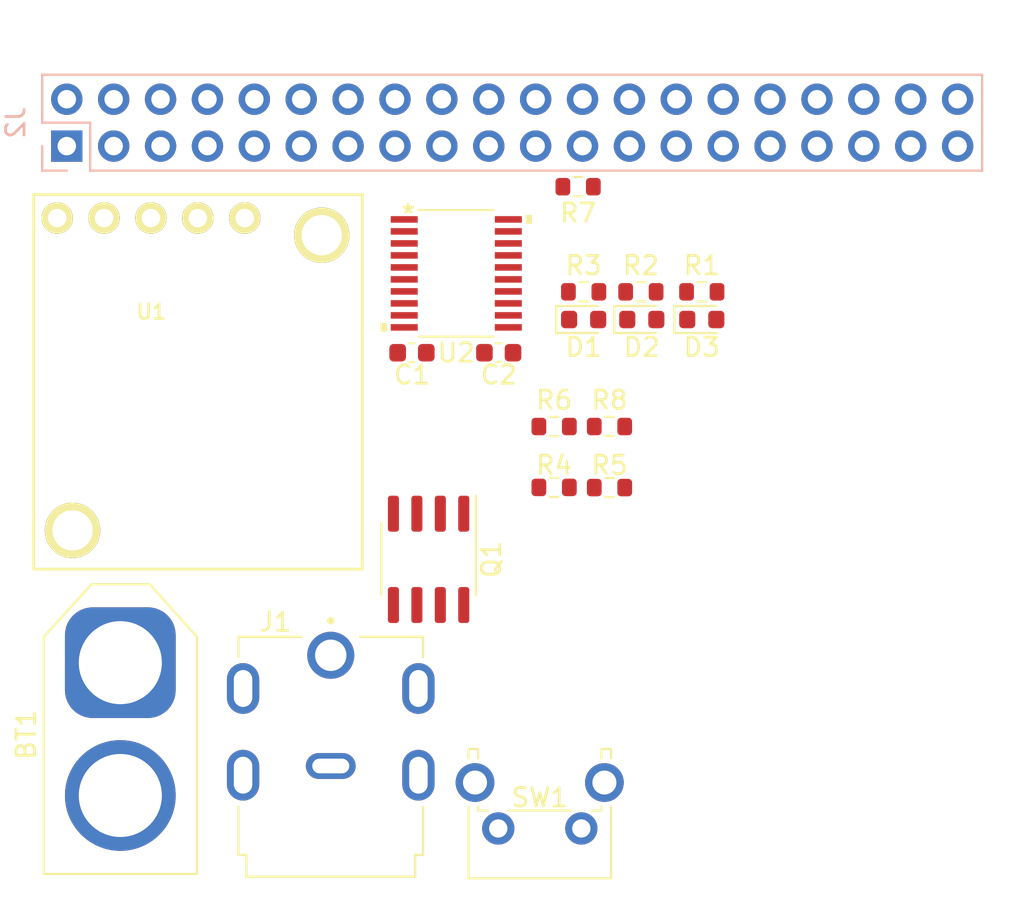
<source format=kicad_pcb>
(kicad_pcb (version 20211014) (generator pcbnew)
  (layers (0 "F.Cu" signal) (31 "B.Cu" signal) (34 "B.Paste" user) (35 "F.Paste" user) (36 "B.SilkS" user "B.Silkscreen") (37 "F.SilkS" user "F.Silkscreen") (38 "B.Mask" user) (39 "F.Mask" user) (44 "Edge.Cuts" user))
  (net 0 "")
  (net 1 "Net-(C1-Pad1)")
  (net 2 "GND")
  (net 3 "Net-(C2-Pad1)")
  (net 4 "Net-(D1-Pad1)")
  (net 5 "Net-(D1-Pad2)")
  (net 6 "Net-(D2-Pad1)")
  (net 7 "Net-(D2-Pad2)")
  (net 8 "Net-(D3-Pad1)")
  (net 9 "Net-(D3-Pad2)")
  (net 10 "Net-(J1-Pad1)")
  (net 11 "+3V3")
  (net 12 "+5V")
  (net 20 "WDE")
  (net 26 "INT")
  (net 38 "KILL")
  (net 41 "Net-(Q1-Pad1)")
  (net 42 "Net-(Q1-Pad2)")
  (net 43 "Net-(Q1-Pad4)")
  (net 44 "Net-(BT1-Pad1)")
  (net 45 "Net-(R4-Pad2)")
  (net 46 "Net-(R6-Pad2)")
  (net 47 "Net-(SW1-Pad2)")
  (net 48 "Net-(U1-Pad1)")
  (footprint "Resistor_SMD:R_0603_1608Metric" (layer "F.Cu") (at 125.6 83.6)
    (fp_text reference "R4" (at 0 -1.2) (layer "F.SilkS"))
    (fp_text value "356k")
    (fp_line (start -0.237258 0.5225) (end 0.237258 0.5225) (layer "F.SilkS") (width 0.12))
    (fp_line (start -0.237258 -0.5225) (end 0.237258 -0.5225) (layer "F.SilkS") (width 0.12))
    (pad "1" smd roundrect (at -0.825 0) (size 0.8 0.95) (layers "F.Cu" "F.Paste" "F.Mask") (net 11 "+3V3"))
    (pad "2" smd roundrect (at 0.825 0) (size 0.8 0.95) (layers "F.Cu" "F.Paste" "F.Mask") (net 45 "Net-(R4-Pad2)"))
  )
  (footprint "Package_SO:SOIC-8_3.9x4.9mm_P1.27mm" (layer "F.Cu") (at 118.8 87.5 -90)
    (fp_text reference "Q1" (at 0 -3.4 90) (layer "F.SilkS"))
    (fp_text value "DMP3036SSD-13")
    (fp_line (start 0 2.56) (end -1.95 2.56) (layer "F.SilkS") (width 0.12))
    (fp_line (start 0 -2.56) (end 1.95 -2.56) (layer "F.SilkS") (width 0.12))
    (fp_line (start 0 -2.56) (end -3.45 -2.56) (layer "F.SilkS") (width 0.12))
    (fp_line (start 0 2.56) (end 1.95 2.56) (layer "F.SilkS") (width 0.12))
    (pad "1" smd roundrect (at -2.475 -1.905 270) (size 1.95 0.6) (layers "F.Cu" "F.Paste" "F.Mask") (net 41 "Net-(Q1-Pad1)"))
    (pad "2" smd roundrect (at -2.475 -0.635 270) (size 1.95 0.6) (layers "F.Cu" "F.Paste" "F.Mask") (net 42 "Net-(Q1-Pad2)"))
    (pad "3" smd roundrect (at -2.475 0.635 270) (size 1.95 0.6) (layers "F.Cu" "F.Paste" "F.Mask") (net 41 "Net-(Q1-Pad1)"))
    (pad "4" smd roundrect (at -2.475 1.905 270) (size 1.95 0.6) (layers "F.Cu" "F.Paste" "F.Mask") (net 43 "Net-(Q1-Pad4)"))
    (pad "5" smd roundrect (at 2.475 1.905 270) (size 1.95 0.6) (layers "F.Cu" "F.Paste" "F.Mask") (net 44 "Net-(BT1-Pad1)"))
    (pad "6" smd roundrect (at 2.475 0.635 270) (size 1.95 0.6) (layers "F.Cu" "F.Paste" "F.Mask") (net 44 "Net-(BT1-Pad1)"))
    (pad "7" smd roundrect (at 2.475 -0.635 270) (size 1.95 0.6) (layers "F.Cu" "F.Paste" "F.Mask") (net 10 "Net-(J1-Pad1)"))
    (pad "8" smd roundrect (at 2.475 -1.905 270) (size 1.95 0.6) (layers "F.Cu" "F.Paste" "F.Mask") (net 10 "Net-(J1-Pad1)"))
  )
  (footprint "Button_Switch_THT:SW_Tactile_SPST_Angled_PTS645Vx39-2LFS" (layer "F.Cu") (at 127.075 102.0875 180)
    (fp_text reference "SW1" (at 2.25 1.68) (layer "F.SilkS"))
    (fp_text value "SW_Push")
    (fp_line (start -1.09 0.97) (end -0.55 0.97) (layer "F.SilkS") (width 0.12))
    (fp_line (start -1.61 -2.7) (end -1.61 1.2) (layer "F.SilkS") (width 0.12))
    (fp_line (start -1.09 0.97) (end -1.09 1.2) (layer "F.SilkS") (width 0.12))
    (fp_line (start -1.61 4.31) (end -1.09 4.31) (layer "F.SilkS") (width 0.12))
    (fp_line (start -1.61 3.8) (end -1.61 4.31) (layer "F.SilkS") (width 0.12))
    (fp_line (start 0.55 0.97) (end 3.95 0.97) (layer "F.SilkS") (width 0.12))
    (fp_line (start 5.05 0.97) (end 5.59 0.97) (layer "F.SilkS") (width 0.12))
    (fp_line (start -1.09 3.8) (end -1.09 4.31) (layer "F.SilkS") (width 0.12))
    (fp_line (start 5.59 4.31) (end 6.11 4.31) (layer "F.SilkS") (width 0.12))
    (fp_line (start 5.59 3.8) (end 5.59 4.31) (layer "F.SilkS") (width 0.12))
    (fp_line (start -1.61 -2.7) (end 6.11 -2.7) (layer "F.SilkS") (width 0.12))
    (fp_line (start 6.11 3.8) (end 6.11 4.31) (layer "F.SilkS") (width 0.12))
    (fp_line (start 6.11 -2.7) (end 6.11 1.2) (layer "F.SilkS") (width 0.12))
    (fp_line (start 5.59 0.97) (end 5.59 1.2) (layer "F.SilkS") (width 0.12))
    (pad "" thru_hole circle (at 5.76 2.49 180) (size 2.1 2.1) (drill 1.3) (layers *.Cu *.Mask))
    (pad "" thru_hole circle (at -1.25 2.49 180) (size 2.1 2.1) (drill 1.3) (layers *.Cu *.Mask))
    (pad "1" thru_hole circle (at 0 0 180) (size 1.75 1.75) (drill 0.99) (layers *.Cu *.Mask) (net 2 "GND"))
    (pad "2" thru_hole circle (at 4.5 0 180) (size 1.75 1.75) (drill 0.99) (layers *.Cu *.Mask) (net 47 "Net-(SW1-Pad2)"))
  )
  (footprint "LED_SMD:LED_0603_1608Metric" (layer "F.Cu") (at 127.2 74.5)
    (fp_text reference "D1" (at 0 1.5) (layer "F.SilkS"))
    (fp_text value "RED")
    (fp_line (start -1.485 -0.735) (end -1.485 0.735) (layer "F.SilkS") (width 0.12))
    (fp_line (start -1.485 0.735) (end 0.8 0.735) (layer "F.SilkS") (width 0.12))
    (fp_line (start 0.8 -0.735) (end -1.485 -0.735) (layer "F.SilkS") (width 0.12))
    (pad "1" smd roundrect (at -0.7875 0) (size 0.875 0.95) (layers "F.Cu" "F.Paste" "F.Mask") (net 4 "Net-(D1-Pad1)"))
    (pad "2" smd roundrect (at 0.7875 0) (size 0.875 0.95) (layers "F.Cu" "F.Paste" "F.Mask") (net 5 "Net-(D1-Pad2)"))
  )
  (footprint "Capacitor_SMD:C_0603_1608Metric" (layer "F.Cu") (at 122.6 76.3 180)
    (fp_text reference "C2" (at 0 -1.2) (layer "F.SilkS"))
    (fp_text value "68nF")
    (fp_line (start -0.14058 -0.51) (end 0.14058 -0.51) (layer "F.SilkS") (width 0.12))
    (fp_line (start -0.14058 0.51) (end 0.14058 0.51) (layer "F.SilkS") (width 0.12))
    (pad "1" smd roundrect (at -0.775 0 180) (size 0.9 0.95) (layers "F.Cu" "F.Paste" "F.Mask") (net 3 "Net-(C2-Pad1)"))
    (pad "2" smd roundrect (at 0.775 0 180) (size 0.9 0.95) (layers "F.Cu" "F.Paste" "F.Mask") (net 2 "GND"))
  )
  (footprint "Resistor_SMD:R_0603_1608Metric" (layer "F.Cu") (at 126.9 67.3 180)
    (fp_text reference "R7" (at 0 -1.43) (layer "F.SilkS"))
    (fp_text value "10k")
    (fp_line (start -0.237258 -0.5225) (end 0.237258 -0.5225) (layer "F.SilkS") (width 0.12))
    (fp_line (start -0.237258 0.5225) (end 0.237258 0.5225) (layer "F.SilkS") (width 0.12))
    (pad "1" smd roundrect (at -0.825 0 180) (size 0.8 0.95) (layers "F.Cu" "F.Paste" "F.Mask") (net 11 "+3V3"))
    (pad "2" smd roundrect (at 0.825 0 180) (size 0.8 0.95) (layers "F.Cu" "F.Paste" "F.Mask") (net 26 "INT"))
  )
  (footprint "Resistor_SMD:R_0603_1608Metric" (layer "F.Cu") (at 127.2 73)
    (fp_text reference "R3" (at 0 -1.43) (layer "F.SilkS"))
    (fp_text value "1k")
    (fp_line (start -0.237258 0.5225) (end 0.237258 0.5225) (layer "F.SilkS") (width 0.12))
    (fp_line (start -0.237258 -0.5225) (end 0.237258 -0.5225) (layer "F.SilkS") (width 0.12))
    (pad "1" smd roundrect (at -0.825 0) (size 0.8 0.95) (layers "F.Cu" "F.Paste" "F.Mask") (net 11 "+3V3"))
    (pad "2" smd roundrect (at 0.825 0) (size 0.8 0.95) (layers "F.Cu" "F.Paste" "F.Mask") (net 5 "Net-(D1-Pad2)"))
  )
  (footprint "Resistor_SMD:R_0603_1608Metric" (layer "F.Cu") (at 133.6 73)
    (fp_text reference "R1" (at 0 -1.43) (layer "F.SilkS"))
    (fp_text value "1k")
    (fp_line (start -0.237258 0.5225) (end 0.237258 0.5225) (layer "F.SilkS") (width 0.12))
    (fp_line (start -0.237258 -0.5225) (end 0.237258 -0.5225) (layer "F.SilkS") (width 0.12))
    (pad "1" smd roundrect (at -0.825 0) (size 0.8 0.95) (layers "F.Cu" "F.Paste" "F.Mask") (net 11 "+3V3"))
    (pad "2" smd roundrect (at 0.825 0) (size 0.8 0.95) (layers "F.Cu" "F.Paste" "F.Mask") (net 9 "Net-(D3-Pad2)"))
  )
  (footprint "Resistor_SMD:R_0603_1608Metric" (layer "F.Cu") (at 128.6 83.61)
    (fp_text reference "R5" (at 0 -1.21) (layer "F.SilkS"))
    (fp_text value "100k")
    (fp_line (start -0.237258 -0.5225) (end 0.237258 -0.5225) (layer "F.SilkS") (width 0.12))
    (fp_line (start -0.237258 0.5225) (end 0.237258 0.5225) (layer "F.SilkS") (width 0.12))
    (pad "1" smd roundrect (at -0.825 0) (size 0.8 0.95) (layers "F.Cu" "F.Paste" "F.Mask") (net 45 "Net-(R4-Pad2)"))
    (pad "2" smd roundrect (at 0.825 0) (size 0.8 0.95) (layers "F.Cu" "F.Paste" "F.Mask") (net 2 "GND"))
  )
  (footprint "Capacitor_SMD:C_0603_1608Metric" (layer "F.Cu") (at 117.9 76.3)
    (fp_text reference "C1" (at 0 1.2) (layer "F.SilkS"))
    (fp_text value "22nF")
    (fp_line (start -0.14058 -0.51) (end 0.14058 -0.51) (layer "F.SilkS") (width 0.12))
    (fp_line (start -0.14058 0.51) (end 0.14058 0.51) (layer "F.SilkS") (width 0.12))
    (pad "1" smd roundrect (at -0.775 0) (size 0.9 0.95) (layers "F.Cu" "F.Paste" "F.Mask") (net 1 "Net-(C1-Pad1)"))
    (pad "2" smd roundrect (at 0.775 0) (size 0.9 0.95) (layers "F.Cu" "F.Paste" "F.Mask") (net 2 "GND"))
  )
  (footprint "D36V28F5:D36V28F5" (layer "F.Cu") (at 115.21 67.73 180)
    (fp_text reference "U1" (at 11.43 -6.35) (layer "F.SilkS") (effects (font (size 0.8 0.8))))
    (fp_text value "D36V28F5" hide)
    (fp_line (start 0 -20.3) (end 17.8 -20.3) (layer "F.SilkS") (width 0.15))
    (fp_line (start 17.8 0) (end 0 0) (layer "F.SilkS") (width 0.15))
    (fp_line (start 17.8 0) (end 17.8 -20.3) (layer "F.SilkS") (width 0.15))
    (fp_line (start 0 0) (end 0 -20.3) (layer "F.SilkS") (width 0.15))
    (pad "" thru_hole circle (at 15.7 -18.2 180) (size 3 3) (drill 2.184) (layers *.Cu *.Mask "F.SilkS"))
    (pad "" thru_hole circle (at 2.2 -2.2 180) (size 3 3) (drill 2.184) (layers *.Cu *.Mask "F.SilkS"))
    (pad "1" thru_hole circle (at 6.37 -1.27 180) (size 1.7 1.7) (drill 1) (layers *.Cu *.Mask "F.SilkS") (net 48 "Net-(U1-Pad1)"))
    (pad "2" thru_hole circle (at 8.91 -1.27 180) (size 1.7 1.7) (drill 1) (layers *.Cu *.Mask "F.SilkS") (net 41 "Net-(Q1-Pad1)"))
    (pad "3" thru_hole circle (at 11.45 -1.27 180) (size 1.7 1.7) (drill 1) (layers *.Cu *.Mask "F.SilkS") (net 2 "GND"))
    (pad "4" thru_hole circle (at 13.99 -1.27 180) (size 1.7 1.7) (drill 1) (layers *.Cu *.Mask "F.SilkS") (net 2 "GND"))
    (pad "5" thru_hole circle (at 16.53 -1.27 180) (size 1.7 1.7) (drill 1) (layers *.Cu *.Mask "F.SilkS") (net 12 "+5V"))
  )
  (footprint "Resistor_SMD:R_0603_1608Metric" (layer "F.Cu") (at 125.6 80.3)
    (fp_text reference "R6" (at 0 -1.43) (layer "F.SilkS"))
    (fp_text value "551k")
    (fp_line (start -0.237258 -0.5225) (end 0.237258 -0.5225) (layer "F.SilkS") (width 0.12))
    (fp_line (start -0.237258 0.5225) (end 0.237258 0.5225) (layer "F.SilkS") (width 0.12))
    (pad "1" smd roundrect (at -0.825 0) (size 0.8 0.95) (layers "F.Cu" "F.Paste" "F.Mask") (net 41 "Net-(Q1-Pad1)"))
    (pad "2" smd roundrect (at 0.825 0) (size 0.8 0.95) (layers "F.Cu" "F.Paste" "F.Mask") (net 46 "Net-(R6-Pad2)"))
  )
  (footprint "PJ-082BH:CUI_PJ-082BH" (layer "F.Cu") (at 113.5 92.7)
    (fp_text reference "J1" (at -3 -1.8) (layer "F.SilkS"))
    (fp_text value "PJ-082BH")
    (fp_line (start -5 10.82) (end -4.57 10.82) (layer "F.SilkS") (width 0.127))
    (fp_line (start 5 10.82) (end 5 8.195) (layer "F.SilkS") (width 0.127))
    (fp_line (start 4.57 12) (end 4.57 10.82) (layer "F.SilkS") (width 0.127))
    (fp_line (start 5 -1) (end 5 0.105) (layer "F.SilkS") (width 0.127))
    (fp_line (start 5 10.82) (end 4.57 10.82) (layer "F.SilkS") (width 0.127))
    (fp_line (start -4.57 12) (end -4.57 10.82) (layer "F.SilkS") (width 0.127))
    (fp_line (start -1.595 -1) (end -5 -1) (layer "F.SilkS") (width 0.127))
    (fp_line (start -5 -1) (end -5 0.105) (layer "F.SilkS") (width 0.127))
    (fp_line (start 5 -1) (end 1.595 -1) (layer "F.SilkS") (width 0.127))
    (fp_line (start -5 10.82) (end -5 8.195) (layer "F.SilkS") (width 0.127))
    (fp_line (start -4.57 12) (end 4.57 12) (layer "F.SilkS") (width 0.127))
    (fp_circle (center 0 -1.875) (end 0.1 -1.875) (layer "F.SilkS") (width 0.2) (fill none))
    (pad "" np_thru_hole circle (at 0 9.25) (size 1.5 1.5) (drill 1.5) (layers *.Cu *.Mask))
    (pad "1" thru_hole circle (at 0 0) (size 2.55 2.55) (drill 1.7) (layers *.Cu *.Mask) (net 10 "Net-(J1-Pad1)"))
    (pad "2" thru_hole oval (at 0 6) (size 2.700002 1.4) (drill oval 2.005555 0.8) (layers *.Cu *.Mask) (net 2 "GND"))
    (pad "S1" thru_hole oval (at -4.75 6.5) (size 1.75 2.75) (drill oval 1 2) (layers *.Cu *.Mask) (net 2 "GND"))
    (pad "S2" thru_hole oval (at 4.75 6.5) (size 1.75 2.75) (drill oval 1 2) (layers *.Cu *.Mask) (net 2 "GND"))
    (pad "S3" thru_hole oval (at -4.75 1.8) (size 1.75 2.75) (drill oval 1 2) (layers *.Cu *.Mask) (net 2 "GND"))
    (pad "S4" thru_hole oval (at 4.75 1.8) (size 1.75 2.75) (drill oval 1 2) (layers *.Cu *.Mask) (net 2 "GND"))
  )
  (footprint "LTC2952CF-PBF:LTC2952CF-PBF" (layer "F.Cu") (at 120.3 72)
    (fp_text reference "U2" (at 0 4.3) (layer "F.SilkS"))
    (fp_text value "LTC2952CF-PBF")
    (fp_text user "*" (at -2.6 -3.2) (layer "F.SilkS"))
    (fp_text user "*" (at -2.6 -3.2) (layer "F.SilkS"))
    (fp_line (start -2.019462 3.429) (end 2.019462 3.429) (layer "F.SilkS") (width 0.12))
    (fp_line (start 2.019462 -3.429) (end -2.019462 -3.429) (layer "F.SilkS") (width 0.12))
    (fp_poly (pts (xy 4.058399 -3.11658) (xy 4.058399 -2.73558) (xy 3.804399 -2.73558) (xy 3.804399 -3.11658)) (layer "F.SilkS") (width 0.1) (fill solid))
    (fp_poly (pts (xy -4.058399 2.73558) (xy -4.058399 3.11658) (xy -3.804399 3.11658) (xy -3.804399 2.73558)) (layer "F.SilkS") (width 0.1) (fill solid))
    (pad "1" smd rect (at -2.8194 -2.92608) (size 1.461999 0.3548) (layers "F.Cu" "F.Paste" "F.Mask") (net 2 "GND"))
    (pad "2" smd rect (at -2.8194 -2.27584) (size 1.461999 0.3548) (layers "F.Cu" "F.Paste" "F.Mask") (net 2 "GND"))
    (pad "3" smd rect (at -2.8194 -1.6256) (size 1.461999 0.3548) (layers "F.Cu" "F.Paste" "F.Mask") (net 38 "KILL"))
    (pad "4" smd rect (at -2.8194 -0.97536) (size 1.461999 0.3548) (layers "F.Cu" "F.Paste" "F.Mask") (net 45 "Net-(R4-Pad2)"))
    (pad "5" smd rect (at -2.8194 -0.32512) (size 1.461999 0.3548) (layers "F.Cu" "F.Paste" "F.Mask") (net 46 "Net-(R6-Pad2)"))
    (pad "6" smd rect (at -2.8194 0.32512) (size 1.461999 0.3548) (layers "F.Cu" "F.Paste" "F.Mask") (net 20 "WDE"))
    (pad "7" smd rect (at -2.8194 0.97536) (size 1.461999 0.3548) (layers "F.Cu" "F.Paste" "F.Mask") (net 47 "Net-(SW1-Pad2)"))
    (pad "8" smd rect (at -2.8194 1.6256) (size 1.461999 0.3548) (layers "F.Cu" "F.Paste" "F.Mask") (net 4 "Net-(D1-Pad1)"))
    (pad "9" smd rect (at -2.8194 2.27584) (size 1.461999 0.3548) (layers "F.Cu" "F.Paste" "F.Mask") (net 6 "Net-(D2-Pad1)"))
    (pad "10" smd rect (at -2.8194 2.92608) (size 1.461999 0.3548) (layers "F.Cu" "F.Paste" "F.Mask") (net 1 "Net-(C1-Pad1)"))
    (pad "11" smd rect (at 2.8194 2.92608) (size 1.461999 0.3548) (layers "F.Cu" "F.Paste" "F.Mask") (net 3 "Net-(C2-Pad1)"))
    (pad "12" smd rect (at 2.8194 2.27584) (size 1.461999 0.3548) (layers "F.Cu" "F.Paste" "F.Mask") (net 2 "GND"))
    (pad "13" smd rect (at 2.8194 1.6256) (size 1.461999 0.3548) (layers "F.Cu" "F.Paste" "F.Mask") (net 26 "INT"))
    (pad "14" smd rect (at 2.8194 0.97536) (size 1.461999 0.3548) (layers "F.Cu" "F.Paste" "F.Mask") (net 48 "Net-(U1-Pad1)"))
    (pad "15" smd rect (at 2.8194 0.32512) (size 1.461999 0.3548) (layers "F.Cu" "F.Paste" "F.Mask") (net 42 "Net-(Q1-Pad2)"))
    (pad "16" smd rect (at 2.8194 -0.32512) (size 1.461999 0.3548) (layers "F.Cu" "F.Paste" "F.Mask") (net 10 "Net-(J1-Pad1)"))
    (pad "17" smd rect (at 2.8194 -0.97536) (size 1.461999 0.3548) (layers "F.Cu" "F.Paste" "F.Mask") (net 41 "Net-(Q1-Pad1)"))
    (pad "18" smd rect (at 2.8194 -1.6256) (size 1.461999 0.3548) (layers "F.Cu" "F.Paste" "F.Mask") (net 44 "Net-(BT1-Pad1)"))
    (pad "19" smd rect (at 2.8194 -2.27584) (size 1.461999 0.3548) (layers "F.Cu" "F.Paste" "F.Mask") (net 43 "Net-(Q1-Pad4)"))
    (pad "20" smd rect (at 2.8194 -2.92608) (size 1.461999 0.3548) (layers "F.Cu" "F.Paste" "F.Mask") (net 8 "Net-(D3-Pad1)"))
  )
  (footprint "LED_SMD:LED_0603_1608Metric" (layer "F.Cu") (at 130.35 74.5)
    (fp_text reference "D2" (at 0 1.5) (layer "F.SilkS"))
    (fp_text value "RED")
    (fp_line (start -1.485 0.735) (end 0.8 0.735) (layer "F.SilkS") (width 0.12))
    (fp_line (start 0.8 -0.735) (end -1.485 -0.735) (layer "F.SilkS") (width 0.12))
    (fp_line (start -1.485 -0.735) (end -1.485 0.735) (layer "F.SilkS") (width 0.12))
    (pad "1" smd roundrect (at -0.7875 0) (size 0.875 0.95) (layers "F.Cu" "F.Paste" "F.Mask") (net 6 "Net-(D2-Pad1)"))
    (pad "2" smd roundrect (at 0.7875 0) (size 0.875 0.95) (layers "F.Cu" "F.Paste" "F.Mask") (net 7 "Net-(D2-Pad2)"))
  )
  (footprint "Resistor_SMD:R_0603_1608Metric" (layer "F.Cu") (at 128.6 80.3)
    (fp_text reference "R8" (at 0 -1.43) (layer "F.SilkS"))
    (fp_text value "100k")
    (fp_line (start -0.237258 -0.5225) (end 0.237258 -0.5225) (layer "F.SilkS") (width 0.12))
    (fp_line (start -0.237258 0.5225) (end 0.237258 0.5225) (layer "F.SilkS") (width 0.12))
    (pad "1" smd roundrect (at -0.825 0) (size 0.8 0.95) (layers "F.Cu" "F.Paste" "F.Mask") (net 46 "Net-(R6-Pad2)"))
    (pad "2" smd roundrect (at 0.825 0) (size 0.8 0.95) (layers "F.Cu" "F.Paste" "F.Mask") (net 2 "GND"))
  )
  (footprint "LED_SMD:LED_0603_1608Metric" (layer "F.Cu") (at 133.6 74.5)
    (fp_text reference "D3" (at 0 1.5) (layer "F.SilkS"))
    (fp_text value "RED")
    (fp_line (start -1.485 -0.735) (end -1.485 0.735) (layer "F.SilkS") (width 0.12))
    (fp_line (start -1.485 0.735) (end 0.8 0.735) (layer "F.SilkS") (width 0.12))
    (fp_line (start 0.8 -0.735) (end -1.485 -0.735) (layer "F.SilkS") (width 0.12))
    (pad "1" smd roundrect (at -0.7875 0) (size 0.875 0.95) (layers "F.Cu" "F.Paste" "F.Mask") (net 8 "Net-(D3-Pad1)"))
    (pad "2" smd roundrect (at 0.7875 0) (size 0.875 0.95) (layers "F.Cu" "F.Paste" "F.Mask") (net 9 "Net-(D3-Pad2)"))
  )
  (footprint "Resistor_SMD:R_0603_1608Metric" (layer "F.Cu") (at 130.3 73)
    (fp_text reference "R2" (at 0 -1.43) (layer "F.SilkS"))
    (fp_text value "1k")
    (fp_line (start -0.237258 -0.5225) (end 0.237258 -0.5225) (layer "F.SilkS") (width 0.12))
    (fp_line (start -0.237258 0.5225) (end 0.237258 0.5225) (layer "F.SilkS") (width 0.12))
    (pad "1" smd roundrect (at -0.825 0) (size 0.8 0.95) (layers "F.Cu" "F.Paste" "F.Mask") (net 11 "+3V3"))
    (pad "2" smd roundrect (at 0.825 0) (size 0.8 0.95) (layers "F.Cu" "F.Paste" "F.Mask") (net 7 "Net-(D2-Pad2)"))
  )
  (footprint "Connector_AMASS:AMASS_XT60-M_1x02_P7.20mm_Vertical" (layer "F.Cu") (at 102.1 93.1 -90)
    (fp_text reference "BT1" (at 3.9 5.1 90) (layer "F.SilkS"))
    (fp_text value "Li-Ion 3S")
    (fp_line (start 11.45 -4.15) (end -1.4 -4.15) (layer "F.SilkS") (width 0.12))
    (fp_line (start -1.4 4.15) (end 11.45 4.15) (layer "F.SilkS") (width 0.12))
    (fp_line (start -4.25 1.55) (end -1.4 4.15) (layer "F.SilkS") (width 0.12))
    (fp_line (start -1.4 -4.15) (end -4.25 -1.6) (layer "F.SilkS") (width 0.12))
    (fp_line (start 11.45 4.15) (end 11.45 -4.15) (layer "F.SilkS") (width 0.12))
    (fp_line (start -4.25 -1.6) (end -4.25 1.55) (layer "F.SilkS") (width 0.12))
    (pad "1" thru_hole roundrect (at 0 0 270) (size 6 6) (drill 4.5) (layers *.Cu *.Mask) (net 44 "Net-(BT1-Pad1)"))
    (pad "2" thru_hole circle (at 7.2 0 270) (size 6 6) (drill 4.5) (layers *.Cu *.Mask) (net 2 "GND"))
  )
  (footprint "Connector_PinSocket_2.54mm:PinSocket_2x20_P2.54mm_Vertical" (layer "B.Cu") (at 99.2 65.1 -90)
    (fp_text reference "J2" (at -1.27 2.77 90) (layer "B.SilkS") (effects (justify mirror)))
    (fp_text value "Raspberry_Pi_2_3")
    (fp_line (start -1.27 -1.27) (end 1.33 -1.27) (layer "B.SilkS") (width 0.12))
    (fp_line (start -3.87 1.33) (end -3.87 -49.59) (layer "B.SilkS") (width 0.12))
    (fp_line (start 0 1.33) (end 1.33 1.33) (layer "B.SilkS") (width 0.12))
    (fp_line (start -3.87 -49.59) (end 1.33 -49.59) (layer "B.SilkS") (width 0.12))
    (fp_line (start -3.87 1.33) (end -1.27 1.33) (layer "B.SilkS") (width 0.12))
    (fp_line (start -1.27 1.33) (end -1.27 -1.27) (layer "B.SilkS") (width 0.12))
    (fp_line (start 1.33 1.33) (end 1.33 0) (layer "B.SilkS") (width 0.12))
    (fp_line (start 1.33 -1.27) (end 1.33 -49.59) (layer "B.SilkS") (width 0.12))
    (pad "1" thru_hole rect (at 0 0 270) (size 1.7 1.7) (drill 1) (layers *.Cu *.Mask) (net 11 "+3V3"))
    (pad "2" thru_hole oval (at -2.54 0 270) (size 1.7 1.7) (drill 1) (layers *.Cu *.Mask) (net 12 "+5V"))
    (pad "3" thru_hole oval (at 0 -2.54 270) (size 1.7 1.7) (drill 1) (layers *.Cu *.Mask))
    (pad "4" thru_hole oval (at -2.54 -2.54 270) (size 1.7 1.7) (drill 1) (layers *.Cu *.Mask) (net 12 "+5V"))
    (pad "5" thru_hole oval (at 0 -5.08 270) (size 1.7 1.7) (drill 1) (layers *.Cu *.Mask))
    (pad "6" thru_hole oval (at -2.54 -5.08 270) (size 1.7 1.7) (drill 1) (layers *.Cu *.Mask) (net 2 "GND"))
    (pad "7" thru_hole oval (at 0 -7.62 270) (size 1.7 1.7) (drill 1) (layers *.Cu *.Mask))
    (pad "8" thru_hole oval (at -2.54 -7.62 270) (size 1.7 1.7) (drill 1) (layers *.Cu *.Mask))
    (pad "9" thru_hole oval (at 0 -10.16 270) (size 1.7 1.7) (drill 1) (layers *.Cu *.Mask) (net 2 "GND"))
    (pad "10" thru_hole oval (at -2.54 -10.16 270) (size 1.7 1.7) (drill 1) (layers *.Cu *.Mask))
    (pad "11" thru_hole oval (at 0 -12.7 270) (size 1.7 1.7) (drill 1) (layers *.Cu *.Mask))
    (pad "12" thru_hole oval (at -2.54 -12.7 270) (size 1.7 1.7) (drill 1) (layers *.Cu *.Mask))
    (pad "13" thru_hole oval (at 0 -15.24 270) (size 1.7 1.7) (drill 1) (layers *.Cu *.Mask) (net 20 "WDE"))
    (pad "14" thru_hole oval (at -2.54 -15.24 270) (size 1.7 1.7) (drill 1) (layers *.Cu *.Mask) (net 2 "GND"))
    (pad "15" thru_hole oval (at 0 -17.78 270) (size 1.7 1.7) (drill 1) (layers *.Cu *.Mask))
    (pad "16" thru_hole oval (at -2.54 -17.78 270) (size 1.7 1.7) (drill 1) (layers *.Cu *.Mask))
    (pad "17" thru_hole oval (at 0 -20.32 270) (size 1.7 1.7) (drill 1) (layers *.Cu *.Mask) (net 11 "+3V3"))
    (pad "18" thru_hole oval (at -2.54 -20.32 270) (size 1.7 1.7) (drill 1) (layers *.Cu *.Mask))
    (pad "19" thru_hole oval (at 0 -22.86 270) (size 1.7 1.7) (drill 1) (layers *.Cu *.Mask))
    (pad "20" thru_hole oval (at -2.54 -22.86 270) (size 1.7 1.7) (drill 1) (layers *.Cu *.Mask) (net 2 "GND"))
    (pad "21" thru_hole oval (at 0 -25.4 270) (size 1.7 1.7) (drill 1) (layers *.Cu *.Mask))
    (pad "22" thru_hole oval (at -2.54 -25.4 270) (size 1.7 1.7) (drill 1) (layers *.Cu *.Mask) (net 26 "INT"))
    (pad "23" thru_hole oval (at 0 -27.94 270) (size 1.7 1.7) (drill 1) (layers *.Cu *.Mask))
    (pad "24" thru_hole oval (at -2.54 -27.94 270) (size 1.7 1.7) (drill 1) (layers *.Cu *.Mask))
    (pad "25" thru_hole oval (at 0 -30.48 270) (size 1.7 1.7) (drill 1) (layers *.Cu *.Mask) (net 2 "GND"))
    (pad "26" thru_hole oval (at -2.54 -30.48 270) (size 1.7 1.7) (drill 1) (layers *.Cu *.Mask))
    (pad "27" thru_hole oval (at 0 -33.02 270) (size 1.7 1.7) (drill 1) (layers *.Cu *.Mask))
    (pad "28" thru_hole oval (at -2.54 -33.02 270) (size 1.7 1.7) (drill 1) (layers *.Cu *.Mask))
    (pad "29" thru_hole oval (at 0 -35.56 270) (size 1.7 1.7) (drill 1) (layers *.Cu *.Mask))
    (pad "30" thru_hole oval (at -2.54 -35.56 270) (size 1.7 1.7) (drill 1) (layers *.Cu *.Mask) (net 2 "GND"))
    (pad "31" thru_hole oval (at 0 -38.1 270) (size 1.7 1.7) (drill 1) (layers *.Cu *.Mask))
    (pad "32" thru_hole oval (at -2.54 -38.1 270) (size 1.7 1.7) (drill 1) (layers *.Cu *.Mask))
    (pad "33" thru_hole oval (at 0 -40.64 270) (size 1.7 1.7) (drill 1) (layers *.Cu *.Mask))
    (pad "34" thru_hole oval (at -2.54 -40.64 270) (size 1.7 1.7) (drill 1) (layers *.Cu *.Mask) (net 2 "GND"))
    (pad "35" thru_hole oval (at 0 -43.18 270) (size 1.7 1.7) (drill 1) (layers *.Cu *.Mask))
    (pad "36" thru_hole oval (at -2.54 -43.18 270) (size 1.7 1.7) (drill 1) (layers *.Cu *.Mask))
    (pad "37" thru_hole oval (at 0 -45.72 270) (size 1.7 1.7) (drill 1) (layers *.Cu *.Mask) (net 38 "KILL"))
    (pad "38" thru_hole oval (at -2.54 -45.72 270) (size 1.7 1.7) (drill 1) (layers *.Cu *.Mask))
    (pad "39" thru_hole oval (at 0 -48.26 270) (size 1.7 1.7) (drill 1) (layers *.Cu *.Mask) (net 2 "GND"))
    (pad "40" thru_hole oval (at -2.54 -48.26 270) (size 1.7 1.7) (drill 1) (layers *.Cu *.Mask))
  )
)
</source>
